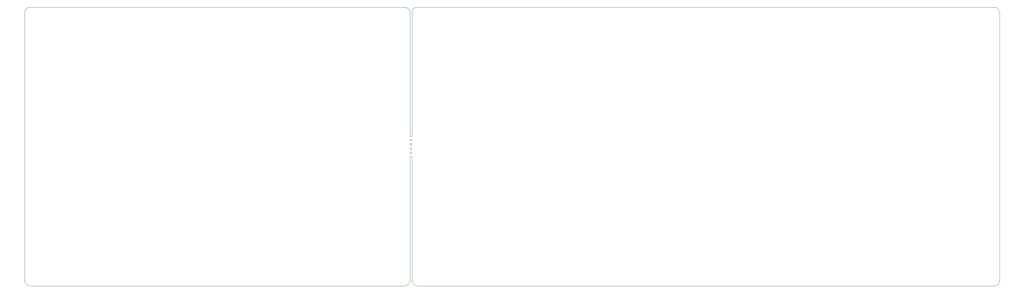
<source format=gbr>
%TF.GenerationSoftware,KiCad,Pcbnew,6.0.2+dfsg-1*%
%TF.CreationDate,2023-06-28T13:42:52-06:00*%
%TF.ProjectId,SpectDrone,53706563-7444-4726-9f6e-652e6b696361,rev?*%
%TF.SameCoordinates,PXd18240cPY697af44*%
%TF.FileFunction,Profile,NP*%
%FSLAX46Y46*%
G04 Gerber Fmt 4.6, Leading zero omitted, Abs format (unit mm)*
G04 Created by KiCad (PCBNEW 6.0.2+dfsg-1) date 2023-06-28 13:42:52*
%MOMM*%
%LPD*%
G01*
G04 APERTURE LIST*
%TA.AperFunction,Profile*%
%ADD10C,0.100000*%
%TD*%
G04 APERTURE END LIST*
D10*
X57148700Y35560001D02*
G75*
G03*
X55878701Y36830000I-1269999J0D01*
G01*
X-199899300Y35433000D02*
X-199899300Y-35433000D01*
X-98299300Y2794000D02*
G75*
G03*
X-97791300Y2794000I254000J0D01*
G01*
X-97791300Y35433000D02*
X-97791300Y2794000D01*
X-198502300Y36830000D02*
G75*
G03*
X-199899300Y35433000I1J-1397001D01*
G01*
X-96394300Y36830000D02*
G75*
G03*
X-97791300Y35433000I1J-1397001D01*
G01*
X-99696300Y-36830000D02*
G75*
G03*
X-98299300Y-35433000I-1J1397001D01*
G01*
X55878700Y-36830000D02*
G75*
G03*
X57148700Y-35560001I1J1269999D01*
G01*
X-97795300Y-1672400D02*
G75*
G03*
X-97795300Y-1672400I-250000J0D01*
G01*
X-97791300Y-2794000D02*
G75*
G03*
X-98299300Y-2794000I-254000J0D01*
G01*
X57148700Y35560001D02*
X57148700Y-35560001D01*
X-97789600Y554800D02*
G75*
G03*
X-97789600Y554800I-250000J0D01*
G01*
X-198502300Y-36830000D02*
X-99696300Y-36830000D01*
X-198502300Y36830000D02*
X-99696300Y36830000D01*
X-97795300Y-554800D02*
G75*
G03*
X-97795300Y-554800I-250000J0D01*
G01*
X-96394300Y36830000D02*
X55878701Y36830000D01*
X-98299300Y-35433000D02*
X-98299300Y-2794000D01*
X55878700Y-36830000D02*
X-96394300Y-36830000D01*
X-98299300Y2794000D02*
X-98299300Y35433000D01*
X-97795300Y1672400D02*
G75*
G03*
X-97795300Y1672400I-250000J0D01*
G01*
X-97791300Y-35433000D02*
G75*
G03*
X-96394300Y-36830000I1397001J1D01*
G01*
X-97791300Y-2794000D02*
X-97791300Y-35433000D01*
X-199899300Y-35433000D02*
G75*
G03*
X-198502300Y-36830000I1397001J1D01*
G01*
X-98299300Y35433000D02*
G75*
G03*
X-99696300Y36830000I-1397001J-1D01*
G01*
M02*

</source>
